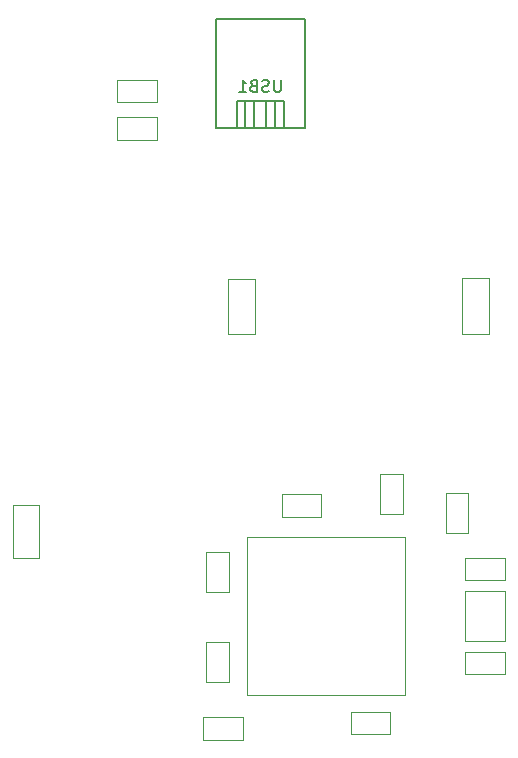
<source format=gbr>
G04 #@! TF.GenerationSoftware,KiCad,Pcbnew,(5.1.4)-1*
G04 #@! TF.CreationDate,2023-01-16T00:03:53+01:00*
G04 #@! TF.ProjectId,2ButtonKeyboardPCB,32427574-746f-46e4-9b65-79626f617264,rev?*
G04 #@! TF.SameCoordinates,Original*
G04 #@! TF.FileFunction,Other,User*
%FSLAX46Y46*%
G04 Gerber Fmt 4.6, Leading zero omitted, Abs format (unit mm)*
G04 Created by KiCad (PCBNEW (5.1.4)-1) date 2023-01-16 00:03:53*
%MOMM*%
%LPD*%
G04 APERTURE LIST*
%ADD10C,0.050000*%
%ADD11C,0.150000*%
G04 APERTURE END LIST*
D10*
X170218750Y-72993750D02*
X167918750Y-72993750D01*
X167918750Y-68293750D02*
X167918750Y-72993750D01*
X170218750Y-68293750D02*
X167918750Y-68293750D01*
X170218750Y-72993750D02*
X170218750Y-68293750D01*
X190062500Y-72931250D02*
X187762500Y-72931250D01*
X187762500Y-68231250D02*
X187762500Y-72931250D01*
X190062500Y-68231250D02*
X187762500Y-68231250D01*
X190062500Y-72931250D02*
X190062500Y-68231250D01*
X191406250Y-94737500D02*
X191406250Y-98937500D01*
X188006250Y-94737500D02*
X191406250Y-94737500D01*
X188006250Y-98937500D02*
X188006250Y-94737500D01*
X191406250Y-98937500D02*
X188006250Y-98937500D01*
D11*
X169406250Y-53256250D02*
X169406250Y-55506250D01*
X170156250Y-55506250D02*
X170156250Y-53256250D01*
X171156250Y-53256250D02*
X171156250Y-55506250D01*
X171906250Y-55506250D02*
X171906250Y-53256250D01*
X172656250Y-53256250D02*
X172656250Y-55506250D01*
X168656250Y-53256250D02*
X172656250Y-53256250D01*
X168656250Y-55506250D02*
X168656250Y-53256250D01*
X174406250Y-46256250D02*
X166906250Y-46256250D01*
X174406250Y-55506250D02*
X174406250Y-46256250D01*
X166906250Y-55506250D02*
X174406250Y-55506250D01*
X166906250Y-46256250D02*
X166906250Y-55506250D01*
D10*
X182912500Y-90137500D02*
X182912500Y-103537500D01*
X169512500Y-90137500D02*
X169512500Y-103537500D01*
X169512500Y-103537500D02*
X182912500Y-103537500D01*
X169512500Y-90137500D02*
X182912500Y-90137500D01*
X169161250Y-105412500D02*
X165801250Y-105412500D01*
X169161250Y-107312500D02*
X169161250Y-105412500D01*
X165801250Y-107312500D02*
X169161250Y-107312500D01*
X165801250Y-105412500D02*
X165801250Y-107312500D01*
X186375000Y-86426250D02*
X186375000Y-89786250D01*
X188275000Y-86426250D02*
X186375000Y-86426250D01*
X188275000Y-89786250D02*
X188275000Y-86426250D01*
X186375000Y-89786250D02*
X188275000Y-89786250D01*
X161873750Y-54612500D02*
X158513750Y-54612500D01*
X161873750Y-56512500D02*
X161873750Y-54612500D01*
X158513750Y-56512500D02*
X161873750Y-56512500D01*
X158513750Y-54612500D02*
X158513750Y-56512500D01*
X161873750Y-51437500D02*
X158513750Y-51437500D01*
X161873750Y-53337500D02*
X161873750Y-51437500D01*
X158513750Y-53337500D02*
X161873750Y-53337500D01*
X158513750Y-51437500D02*
X158513750Y-53337500D01*
X149692500Y-87413750D02*
X149692500Y-91973750D01*
X151932500Y-87413750D02*
X149692500Y-87413750D01*
X151932500Y-91973750D02*
X151932500Y-87413750D01*
X149692500Y-91973750D02*
X151932500Y-91973750D01*
X180818750Y-84838750D02*
X180818750Y-88198750D01*
X182718750Y-84838750D02*
X180818750Y-84838750D01*
X182718750Y-88198750D02*
X182718750Y-84838750D01*
X180818750Y-88198750D02*
X182718750Y-88198750D01*
X167986750Y-94771000D02*
X167986750Y-91411000D01*
X166086750Y-94771000D02*
X167986750Y-94771000D01*
X166086750Y-91411000D02*
X166086750Y-94771000D01*
X167986750Y-91411000D02*
X166086750Y-91411000D01*
X166086750Y-99031000D02*
X166086750Y-102391000D01*
X167986750Y-99031000D02*
X166086750Y-99031000D01*
X167986750Y-102391000D02*
X167986750Y-99031000D01*
X166086750Y-102391000D02*
X167986750Y-102391000D01*
X188026250Y-93818750D02*
X191386250Y-93818750D01*
X188026250Y-91918750D02*
X188026250Y-93818750D01*
X191386250Y-91918750D02*
X188026250Y-91918750D01*
X191386250Y-93818750D02*
X191386250Y-91918750D01*
X191386250Y-99856250D02*
X188026250Y-99856250D01*
X191386250Y-101756250D02*
X191386250Y-99856250D01*
X188026250Y-101756250D02*
X191386250Y-101756250D01*
X188026250Y-99856250D02*
X188026250Y-101756250D01*
X175828750Y-86553000D02*
X172468750Y-86553000D01*
X175828750Y-88453000D02*
X175828750Y-86553000D01*
X172468750Y-88453000D02*
X175828750Y-88453000D01*
X172468750Y-86553000D02*
X172468750Y-88453000D01*
X181670750Y-104968000D02*
X178310750Y-104968000D01*
X181670750Y-106868000D02*
X181670750Y-104968000D01*
X178310750Y-106868000D02*
X181670750Y-106868000D01*
X178310750Y-104968000D02*
X178310750Y-106868000D01*
D11*
X172394345Y-51458630D02*
X172394345Y-52268154D01*
X172346726Y-52363392D01*
X172299107Y-52411011D01*
X172203869Y-52458630D01*
X172013392Y-52458630D01*
X171918154Y-52411011D01*
X171870535Y-52363392D01*
X171822916Y-52268154D01*
X171822916Y-51458630D01*
X171394345Y-52411011D02*
X171251488Y-52458630D01*
X171013392Y-52458630D01*
X170918154Y-52411011D01*
X170870535Y-52363392D01*
X170822916Y-52268154D01*
X170822916Y-52172916D01*
X170870535Y-52077678D01*
X170918154Y-52030059D01*
X171013392Y-51982440D01*
X171203869Y-51934821D01*
X171299107Y-51887202D01*
X171346726Y-51839583D01*
X171394345Y-51744345D01*
X171394345Y-51649107D01*
X171346726Y-51553869D01*
X171299107Y-51506250D01*
X171203869Y-51458630D01*
X170965773Y-51458630D01*
X170822916Y-51506250D01*
X170061011Y-51934821D02*
X169918154Y-51982440D01*
X169870535Y-52030059D01*
X169822916Y-52125297D01*
X169822916Y-52268154D01*
X169870535Y-52363392D01*
X169918154Y-52411011D01*
X170013392Y-52458630D01*
X170394345Y-52458630D01*
X170394345Y-51458630D01*
X170061011Y-51458630D01*
X169965773Y-51506250D01*
X169918154Y-51553869D01*
X169870535Y-51649107D01*
X169870535Y-51744345D01*
X169918154Y-51839583D01*
X169965773Y-51887202D01*
X170061011Y-51934821D01*
X170394345Y-51934821D01*
X168870535Y-52458630D02*
X169441964Y-52458630D01*
X169156250Y-52458630D02*
X169156250Y-51458630D01*
X169251488Y-51601488D01*
X169346726Y-51696726D01*
X169441964Y-51744345D01*
M02*

</source>
